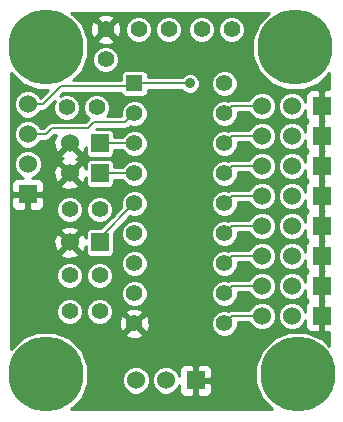
<source format=gbl>
G04 (created by PCBNEW-RS274X (2011-05-25)-stable) date Thu 05 Jul 2012 10:45:02 PM EDT*
G01*
G70*
G90*
%MOIN*%
G04 Gerber Fmt 3.4, Leading zero omitted, Abs format*
%FSLAX34Y34*%
G04 APERTURE LIST*
%ADD10C,0.006000*%
%ADD11C,0.055000*%
%ADD12R,0.055000X0.055000*%
%ADD13C,0.250000*%
%ADD14R,0.060000X0.060000*%
%ADD15C,0.060000*%
%ADD16C,0.035000*%
%ADD17C,0.008000*%
%ADD18C,0.010000*%
G04 APERTURE END LIST*
G54D10*
G54D11*
X52600Y-32900D03*
X53600Y-32900D03*
X52600Y-30700D03*
X53600Y-30700D03*
X52500Y-27300D03*
X53500Y-27300D03*
X52600Y-34100D03*
X53600Y-34100D03*
X58000Y-24700D03*
X57000Y-24700D03*
X55900Y-24700D03*
X54900Y-24700D03*
G54D12*
X54750Y-26500D03*
G54D11*
X54750Y-27500D03*
X54750Y-28500D03*
X54750Y-29500D03*
X54750Y-30500D03*
X54750Y-31500D03*
X54750Y-32500D03*
X54750Y-33500D03*
X54750Y-34500D03*
X57750Y-34500D03*
X57750Y-33500D03*
X57750Y-32500D03*
X57750Y-31500D03*
X57750Y-30500D03*
X57750Y-29500D03*
X57750Y-28500D03*
X57750Y-27500D03*
X57750Y-26500D03*
G54D13*
X51800Y-25300D03*
X60100Y-25300D03*
X60200Y-36200D03*
X51800Y-36200D03*
G54D11*
X53800Y-25700D03*
X53800Y-24700D03*
G54D14*
X53600Y-31800D03*
G54D15*
X52600Y-31800D03*
G54D14*
X53600Y-29500D03*
G54D15*
X52600Y-29500D03*
G54D14*
X53600Y-28500D03*
G54D15*
X52600Y-28500D03*
G54D14*
X51200Y-30200D03*
G54D15*
X51200Y-29200D03*
X51200Y-28200D03*
X51200Y-27200D03*
G54D14*
X61000Y-27250D03*
G54D15*
X60000Y-27250D03*
X59000Y-27250D03*
G54D14*
X61000Y-28250D03*
G54D15*
X60000Y-28250D03*
X59000Y-28250D03*
G54D14*
X61000Y-29250D03*
G54D15*
X60000Y-29250D03*
X59000Y-29250D03*
G54D14*
X61000Y-30250D03*
G54D15*
X60000Y-30250D03*
X59000Y-30250D03*
G54D14*
X61000Y-31250D03*
G54D15*
X60000Y-31250D03*
X59000Y-31250D03*
G54D14*
X61000Y-32250D03*
G54D15*
X60000Y-32250D03*
X59000Y-32250D03*
G54D14*
X61000Y-33250D03*
G54D15*
X60000Y-33250D03*
X59000Y-33250D03*
G54D14*
X61000Y-34250D03*
G54D15*
X60000Y-34250D03*
X59000Y-34250D03*
G54D14*
X56800Y-36400D03*
G54D15*
X55800Y-36400D03*
X54800Y-36400D03*
G54D16*
X56600Y-26500D03*
G54D17*
X53600Y-31800D02*
X53600Y-31650D01*
X53600Y-31650D02*
X54750Y-30500D01*
X54750Y-29500D02*
X53600Y-29500D01*
X54750Y-28500D02*
X53600Y-28500D01*
X59000Y-34250D02*
X58000Y-34250D01*
X58000Y-34250D02*
X57750Y-34500D01*
X59000Y-33250D02*
X58000Y-33250D01*
X58000Y-33250D02*
X57750Y-33500D01*
X59000Y-32250D02*
X58000Y-32250D01*
X58000Y-32250D02*
X57750Y-32500D01*
X59000Y-31250D02*
X58000Y-31250D01*
X58000Y-31250D02*
X57750Y-31500D01*
X59000Y-30250D02*
X58000Y-30250D01*
X58000Y-30250D02*
X57750Y-30500D01*
X59000Y-29250D02*
X58000Y-29250D01*
X58000Y-29250D02*
X57750Y-29500D01*
X59000Y-28250D02*
X58000Y-28250D01*
X58000Y-28250D02*
X57750Y-28500D01*
X59000Y-27250D02*
X58000Y-27250D01*
X58000Y-27250D02*
X57750Y-27500D01*
X54750Y-26500D02*
X56500Y-26500D01*
X56500Y-26500D02*
X56600Y-26500D01*
X51200Y-27200D02*
X51700Y-27200D01*
X54650Y-26600D02*
X54750Y-26500D01*
X52300Y-26600D02*
X54650Y-26600D01*
X51700Y-27200D02*
X52300Y-26600D01*
X51200Y-28200D02*
X51800Y-28200D01*
X54450Y-27800D02*
X54750Y-27500D01*
X53400Y-27800D02*
X54450Y-27800D01*
X53200Y-28000D02*
X53400Y-27800D01*
X52000Y-28000D02*
X53200Y-28000D01*
X51800Y-28200D02*
X52000Y-28000D01*
G54D10*
G36*
X61255Y-35248D02*
X61005Y-34998D01*
X60950Y-34975D01*
X60950Y-34738D01*
X60950Y-34350D01*
X60950Y-34300D01*
X60950Y-34200D01*
X60950Y-34150D01*
X60950Y-33762D01*
X60938Y-33750D01*
X60950Y-33738D01*
X60950Y-33350D01*
X60950Y-33300D01*
X60950Y-33200D01*
X60950Y-33150D01*
X60950Y-32762D01*
X60938Y-32750D01*
X60950Y-32738D01*
X60950Y-32350D01*
X60950Y-32300D01*
X60950Y-32200D01*
X60950Y-32150D01*
X60950Y-31762D01*
X60938Y-31750D01*
X60950Y-31738D01*
X60950Y-31350D01*
X60950Y-31300D01*
X60950Y-31200D01*
X60950Y-31150D01*
X60950Y-30762D01*
X60938Y-30750D01*
X60950Y-30738D01*
X60950Y-30350D01*
X60950Y-30300D01*
X60950Y-30200D01*
X60950Y-30150D01*
X60950Y-29762D01*
X60938Y-29750D01*
X60950Y-29738D01*
X60950Y-29350D01*
X60950Y-29300D01*
X60950Y-29200D01*
X60950Y-29150D01*
X60950Y-28762D01*
X60938Y-28750D01*
X60950Y-28738D01*
X60950Y-28350D01*
X60950Y-28300D01*
X60950Y-28200D01*
X60950Y-28150D01*
X60950Y-27762D01*
X60938Y-27750D01*
X60950Y-27738D01*
X60950Y-27350D01*
X60950Y-27300D01*
X60950Y-27200D01*
X60950Y-27150D01*
X60950Y-26762D01*
X60888Y-26700D01*
X60651Y-26701D01*
X60559Y-26739D01*
X60489Y-26809D01*
X60451Y-26900D01*
X60451Y-26999D01*
X60450Y-27108D01*
X60399Y-26984D01*
X60267Y-26852D01*
X60094Y-26780D01*
X59907Y-26780D01*
X59734Y-26851D01*
X59602Y-26983D01*
X59530Y-27156D01*
X59530Y-27343D01*
X59601Y-27516D01*
X59733Y-27648D01*
X59906Y-27720D01*
X60093Y-27720D01*
X60266Y-27649D01*
X60398Y-27517D01*
X60450Y-27391D01*
X60451Y-27501D01*
X60451Y-27600D01*
X60489Y-27691D01*
X60548Y-27750D01*
X60489Y-27809D01*
X60451Y-27900D01*
X60451Y-27999D01*
X60450Y-28108D01*
X60399Y-27984D01*
X60267Y-27852D01*
X60094Y-27780D01*
X59907Y-27780D01*
X59734Y-27851D01*
X59602Y-27983D01*
X59530Y-28156D01*
X59530Y-28343D01*
X59601Y-28516D01*
X59733Y-28648D01*
X59906Y-28720D01*
X60093Y-28720D01*
X60266Y-28649D01*
X60398Y-28517D01*
X60450Y-28391D01*
X60451Y-28501D01*
X60451Y-28600D01*
X60489Y-28691D01*
X60548Y-28750D01*
X60489Y-28809D01*
X60451Y-28900D01*
X60451Y-28999D01*
X60450Y-29108D01*
X60399Y-28984D01*
X60267Y-28852D01*
X60094Y-28780D01*
X59907Y-28780D01*
X59734Y-28851D01*
X59602Y-28983D01*
X59530Y-29156D01*
X59530Y-29343D01*
X59601Y-29516D01*
X59733Y-29648D01*
X59906Y-29720D01*
X60093Y-29720D01*
X60266Y-29649D01*
X60398Y-29517D01*
X60450Y-29391D01*
X60451Y-29501D01*
X60451Y-29600D01*
X60489Y-29691D01*
X60548Y-29750D01*
X60489Y-29809D01*
X60451Y-29900D01*
X60451Y-29999D01*
X60450Y-30108D01*
X60399Y-29984D01*
X60267Y-29852D01*
X60094Y-29780D01*
X59907Y-29780D01*
X59734Y-29851D01*
X59602Y-29983D01*
X59530Y-30156D01*
X59530Y-30343D01*
X59601Y-30516D01*
X59733Y-30648D01*
X59906Y-30720D01*
X60093Y-30720D01*
X60266Y-30649D01*
X60398Y-30517D01*
X60450Y-30391D01*
X60451Y-30501D01*
X60451Y-30600D01*
X60489Y-30691D01*
X60548Y-30750D01*
X60489Y-30809D01*
X60451Y-30900D01*
X60451Y-30999D01*
X60450Y-31108D01*
X60399Y-30984D01*
X60267Y-30852D01*
X60094Y-30780D01*
X59907Y-30780D01*
X59734Y-30851D01*
X59602Y-30983D01*
X59530Y-31156D01*
X59530Y-31343D01*
X59601Y-31516D01*
X59733Y-31648D01*
X59906Y-31720D01*
X60093Y-31720D01*
X60266Y-31649D01*
X60398Y-31517D01*
X60450Y-31391D01*
X60451Y-31501D01*
X60451Y-31600D01*
X60489Y-31691D01*
X60548Y-31750D01*
X60489Y-31809D01*
X60451Y-31900D01*
X60451Y-31999D01*
X60450Y-32108D01*
X60399Y-31984D01*
X60267Y-31852D01*
X60094Y-31780D01*
X59907Y-31780D01*
X59734Y-31851D01*
X59602Y-31983D01*
X59530Y-32156D01*
X59530Y-32343D01*
X59601Y-32516D01*
X59733Y-32648D01*
X59906Y-32720D01*
X60093Y-32720D01*
X60266Y-32649D01*
X60398Y-32517D01*
X60450Y-32391D01*
X60451Y-32501D01*
X60451Y-32600D01*
X60489Y-32691D01*
X60548Y-32750D01*
X60489Y-32809D01*
X60451Y-32900D01*
X60451Y-32999D01*
X60450Y-33108D01*
X60399Y-32984D01*
X60267Y-32852D01*
X60094Y-32780D01*
X59907Y-32780D01*
X59734Y-32851D01*
X59602Y-32983D01*
X59530Y-33156D01*
X59530Y-33343D01*
X59601Y-33516D01*
X59733Y-33648D01*
X59906Y-33720D01*
X60093Y-33720D01*
X60266Y-33649D01*
X60398Y-33517D01*
X60450Y-33391D01*
X60451Y-33501D01*
X60451Y-33600D01*
X60489Y-33691D01*
X60548Y-33750D01*
X60489Y-33809D01*
X60451Y-33900D01*
X60451Y-33999D01*
X60450Y-34108D01*
X60399Y-33984D01*
X60267Y-33852D01*
X60094Y-33780D01*
X59907Y-33780D01*
X59734Y-33851D01*
X59602Y-33983D01*
X59530Y-34156D01*
X59530Y-34343D01*
X59601Y-34516D01*
X59733Y-34648D01*
X59906Y-34720D01*
X60093Y-34720D01*
X60266Y-34649D01*
X60398Y-34517D01*
X60450Y-34391D01*
X60451Y-34501D01*
X60451Y-34600D01*
X60489Y-34691D01*
X60559Y-34761D01*
X60651Y-34799D01*
X60888Y-34800D01*
X60950Y-34738D01*
X60950Y-34975D01*
X60483Y-34781D01*
X59919Y-34781D01*
X59470Y-34966D01*
X59470Y-34344D01*
X59470Y-34157D01*
X59470Y-33344D01*
X59470Y-33157D01*
X59470Y-32344D01*
X59470Y-32157D01*
X59470Y-31344D01*
X59470Y-31157D01*
X59470Y-30344D01*
X59470Y-30157D01*
X59470Y-29344D01*
X59470Y-29157D01*
X59470Y-28344D01*
X59470Y-28157D01*
X59470Y-27344D01*
X59470Y-27157D01*
X59399Y-26984D01*
X59267Y-26852D01*
X59094Y-26780D01*
X58907Y-26780D01*
X58734Y-26851D01*
X58602Y-26983D01*
X58578Y-27040D01*
X58444Y-27040D01*
X58444Y-24789D01*
X58444Y-24612D01*
X58377Y-24449D01*
X58252Y-24324D01*
X58089Y-24256D01*
X57912Y-24256D01*
X57749Y-24323D01*
X57624Y-24448D01*
X57556Y-24611D01*
X57556Y-24788D01*
X57623Y-24951D01*
X57748Y-25076D01*
X57911Y-25144D01*
X58088Y-25144D01*
X58251Y-25077D01*
X58376Y-24952D01*
X58444Y-24789D01*
X58444Y-27040D01*
X58194Y-27040D01*
X58194Y-26589D01*
X58194Y-26412D01*
X58127Y-26249D01*
X58002Y-26124D01*
X57839Y-26056D01*
X57662Y-26056D01*
X57499Y-26123D01*
X57444Y-26178D01*
X57444Y-24789D01*
X57444Y-24612D01*
X57377Y-24449D01*
X57252Y-24324D01*
X57089Y-24256D01*
X56912Y-24256D01*
X56749Y-24323D01*
X56624Y-24448D01*
X56556Y-24611D01*
X56556Y-24788D01*
X56623Y-24951D01*
X56748Y-25076D01*
X56911Y-25144D01*
X57088Y-25144D01*
X57251Y-25077D01*
X57376Y-24952D01*
X57444Y-24789D01*
X57444Y-26178D01*
X57374Y-26248D01*
X57306Y-26411D01*
X57306Y-26588D01*
X57373Y-26751D01*
X57498Y-26876D01*
X57661Y-26944D01*
X57838Y-26944D01*
X58001Y-26877D01*
X58126Y-26752D01*
X58194Y-26589D01*
X58194Y-27040D01*
X58000Y-27040D01*
X57920Y-27056D01*
X57897Y-27071D01*
X57889Y-27076D01*
X57888Y-27076D01*
X57839Y-27056D01*
X57662Y-27056D01*
X57499Y-27123D01*
X57374Y-27248D01*
X57306Y-27411D01*
X57306Y-27588D01*
X57373Y-27751D01*
X57498Y-27876D01*
X57661Y-27944D01*
X57838Y-27944D01*
X58001Y-27877D01*
X58126Y-27752D01*
X58194Y-27589D01*
X58194Y-27460D01*
X58578Y-27460D01*
X58601Y-27516D01*
X58733Y-27648D01*
X58906Y-27720D01*
X59093Y-27720D01*
X59266Y-27649D01*
X59398Y-27517D01*
X59470Y-27344D01*
X59470Y-28157D01*
X59399Y-27984D01*
X59267Y-27852D01*
X59094Y-27780D01*
X58907Y-27780D01*
X58734Y-27851D01*
X58602Y-27983D01*
X58578Y-28040D01*
X58000Y-28040D01*
X57920Y-28056D01*
X57897Y-28071D01*
X57889Y-28076D01*
X57888Y-28076D01*
X57839Y-28056D01*
X57662Y-28056D01*
X57499Y-28123D01*
X57374Y-28248D01*
X57306Y-28411D01*
X57306Y-28588D01*
X57373Y-28751D01*
X57498Y-28876D01*
X57661Y-28944D01*
X57838Y-28944D01*
X58001Y-28877D01*
X58126Y-28752D01*
X58194Y-28589D01*
X58194Y-28460D01*
X58578Y-28460D01*
X58601Y-28516D01*
X58733Y-28648D01*
X58906Y-28720D01*
X59093Y-28720D01*
X59266Y-28649D01*
X59398Y-28517D01*
X59470Y-28344D01*
X59470Y-29157D01*
X59399Y-28984D01*
X59267Y-28852D01*
X59094Y-28780D01*
X58907Y-28780D01*
X58734Y-28851D01*
X58602Y-28983D01*
X58578Y-29040D01*
X58000Y-29040D01*
X57920Y-29056D01*
X57897Y-29071D01*
X57889Y-29076D01*
X57888Y-29076D01*
X57839Y-29056D01*
X57662Y-29056D01*
X57499Y-29123D01*
X57374Y-29248D01*
X57306Y-29411D01*
X57306Y-29588D01*
X57373Y-29751D01*
X57498Y-29876D01*
X57661Y-29944D01*
X57838Y-29944D01*
X58001Y-29877D01*
X58126Y-29752D01*
X58194Y-29589D01*
X58194Y-29460D01*
X58578Y-29460D01*
X58601Y-29516D01*
X58733Y-29648D01*
X58906Y-29720D01*
X59093Y-29720D01*
X59266Y-29649D01*
X59398Y-29517D01*
X59470Y-29344D01*
X59470Y-30157D01*
X59399Y-29984D01*
X59267Y-29852D01*
X59094Y-29780D01*
X58907Y-29780D01*
X58734Y-29851D01*
X58602Y-29983D01*
X58578Y-30040D01*
X58000Y-30040D01*
X57920Y-30056D01*
X57897Y-30071D01*
X57889Y-30076D01*
X57888Y-30076D01*
X57839Y-30056D01*
X57662Y-30056D01*
X57499Y-30123D01*
X57374Y-30248D01*
X57306Y-30411D01*
X57306Y-30588D01*
X57373Y-30751D01*
X57498Y-30876D01*
X57661Y-30944D01*
X57838Y-30944D01*
X58001Y-30877D01*
X58126Y-30752D01*
X58194Y-30589D01*
X58194Y-30460D01*
X58578Y-30460D01*
X58601Y-30516D01*
X58733Y-30648D01*
X58906Y-30720D01*
X59093Y-30720D01*
X59266Y-30649D01*
X59398Y-30517D01*
X59470Y-30344D01*
X59470Y-31157D01*
X59399Y-30984D01*
X59267Y-30852D01*
X59094Y-30780D01*
X58907Y-30780D01*
X58734Y-30851D01*
X58602Y-30983D01*
X58578Y-31040D01*
X58000Y-31040D01*
X57920Y-31056D01*
X57897Y-31071D01*
X57889Y-31076D01*
X57888Y-31076D01*
X57839Y-31056D01*
X57662Y-31056D01*
X57499Y-31123D01*
X57374Y-31248D01*
X57306Y-31411D01*
X57306Y-31588D01*
X57373Y-31751D01*
X57498Y-31876D01*
X57661Y-31944D01*
X57838Y-31944D01*
X58001Y-31877D01*
X58126Y-31752D01*
X58194Y-31589D01*
X58194Y-31460D01*
X58578Y-31460D01*
X58601Y-31516D01*
X58733Y-31648D01*
X58906Y-31720D01*
X59093Y-31720D01*
X59266Y-31649D01*
X59398Y-31517D01*
X59470Y-31344D01*
X59470Y-32157D01*
X59399Y-31984D01*
X59267Y-31852D01*
X59094Y-31780D01*
X58907Y-31780D01*
X58734Y-31851D01*
X58602Y-31983D01*
X58578Y-32040D01*
X58000Y-32040D01*
X57920Y-32056D01*
X57897Y-32071D01*
X57889Y-32076D01*
X57888Y-32076D01*
X57839Y-32056D01*
X57662Y-32056D01*
X57499Y-32123D01*
X57374Y-32248D01*
X57306Y-32411D01*
X57306Y-32588D01*
X57373Y-32751D01*
X57498Y-32876D01*
X57661Y-32944D01*
X57838Y-32944D01*
X58001Y-32877D01*
X58126Y-32752D01*
X58194Y-32589D01*
X58194Y-32460D01*
X58578Y-32460D01*
X58601Y-32516D01*
X58733Y-32648D01*
X58906Y-32720D01*
X59093Y-32720D01*
X59266Y-32649D01*
X59398Y-32517D01*
X59470Y-32344D01*
X59470Y-33157D01*
X59399Y-32984D01*
X59267Y-32852D01*
X59094Y-32780D01*
X58907Y-32780D01*
X58734Y-32851D01*
X58602Y-32983D01*
X58578Y-33040D01*
X58000Y-33040D01*
X57920Y-33056D01*
X57897Y-33071D01*
X57889Y-33076D01*
X57888Y-33076D01*
X57839Y-33056D01*
X57662Y-33056D01*
X57499Y-33123D01*
X57374Y-33248D01*
X57306Y-33411D01*
X57306Y-33588D01*
X57373Y-33751D01*
X57498Y-33876D01*
X57661Y-33944D01*
X57838Y-33944D01*
X58001Y-33877D01*
X58126Y-33752D01*
X58194Y-33589D01*
X58194Y-33460D01*
X58578Y-33460D01*
X58601Y-33516D01*
X58733Y-33648D01*
X58906Y-33720D01*
X59093Y-33720D01*
X59266Y-33649D01*
X59398Y-33517D01*
X59470Y-33344D01*
X59470Y-34157D01*
X59399Y-33984D01*
X59267Y-33852D01*
X59094Y-33780D01*
X58907Y-33780D01*
X58734Y-33851D01*
X58602Y-33983D01*
X58578Y-34040D01*
X58000Y-34040D01*
X57920Y-34056D01*
X57897Y-34071D01*
X57889Y-34076D01*
X57888Y-34076D01*
X57839Y-34056D01*
X57662Y-34056D01*
X57499Y-34123D01*
X57374Y-34248D01*
X57306Y-34411D01*
X57306Y-34588D01*
X57373Y-34751D01*
X57498Y-34876D01*
X57661Y-34944D01*
X57838Y-34944D01*
X58001Y-34877D01*
X58126Y-34752D01*
X58194Y-34589D01*
X58194Y-34460D01*
X58578Y-34460D01*
X58601Y-34516D01*
X58733Y-34648D01*
X58906Y-34720D01*
X59093Y-34720D01*
X59266Y-34649D01*
X59398Y-34517D01*
X59470Y-34344D01*
X59470Y-34966D01*
X59397Y-34997D01*
X58998Y-35395D01*
X58781Y-35917D01*
X58781Y-36481D01*
X58997Y-37003D01*
X59348Y-37355D01*
X57350Y-37355D01*
X57350Y-36512D01*
X57350Y-36288D01*
X57349Y-36149D01*
X57349Y-36050D01*
X57311Y-35959D01*
X57241Y-35889D01*
X57149Y-35851D01*
X56912Y-35850D01*
X56850Y-35912D01*
X56850Y-36350D01*
X57288Y-36350D01*
X57350Y-36288D01*
X57350Y-36512D01*
X57288Y-36450D01*
X56850Y-36450D01*
X56850Y-36888D01*
X56912Y-36950D01*
X57149Y-36949D01*
X57241Y-36911D01*
X57311Y-36841D01*
X57349Y-36750D01*
X57349Y-36651D01*
X57350Y-36512D01*
X57350Y-37355D01*
X56750Y-37355D01*
X56750Y-36888D01*
X56750Y-36500D01*
X56750Y-36450D01*
X56750Y-36350D01*
X56750Y-36300D01*
X56750Y-35912D01*
X56688Y-35850D01*
X56451Y-35851D01*
X56359Y-35889D01*
X56289Y-35959D01*
X56251Y-36050D01*
X56251Y-36149D01*
X56250Y-36258D01*
X56199Y-36134D01*
X56067Y-36002D01*
X55894Y-35930D01*
X55707Y-35930D01*
X55534Y-36001D01*
X55402Y-36133D01*
X55330Y-36306D01*
X55330Y-36493D01*
X55401Y-36666D01*
X55533Y-36798D01*
X55706Y-36870D01*
X55893Y-36870D01*
X56066Y-36799D01*
X56198Y-36667D01*
X56250Y-36541D01*
X56251Y-36651D01*
X56251Y-36750D01*
X56289Y-36841D01*
X56359Y-36911D01*
X56451Y-36949D01*
X56688Y-36950D01*
X56750Y-36888D01*
X56750Y-37355D01*
X55270Y-37355D01*
X55270Y-36494D01*
X55270Y-36307D01*
X55269Y-36304D01*
X55269Y-34574D01*
X55258Y-34370D01*
X55202Y-34233D01*
X55194Y-34230D01*
X55194Y-33589D01*
X55194Y-33412D01*
X55194Y-32589D01*
X55194Y-32412D01*
X55194Y-31589D01*
X55194Y-31412D01*
X55194Y-30589D01*
X55194Y-30412D01*
X55194Y-29589D01*
X55194Y-29412D01*
X55194Y-28589D01*
X55194Y-28412D01*
X55127Y-28249D01*
X55002Y-28124D01*
X54839Y-28056D01*
X54662Y-28056D01*
X54499Y-28123D01*
X54374Y-28248D01*
X54356Y-28290D01*
X54070Y-28290D01*
X54070Y-28166D01*
X54044Y-28104D01*
X53996Y-28056D01*
X53934Y-28030D01*
X53866Y-28030D01*
X53466Y-28030D01*
X53486Y-28010D01*
X54450Y-28010D01*
X54450Y-28009D01*
X54517Y-27996D01*
X54530Y-27994D01*
X54531Y-27994D01*
X54598Y-27948D01*
X54619Y-27926D01*
X54661Y-27944D01*
X54838Y-27944D01*
X55001Y-27877D01*
X55126Y-27752D01*
X55194Y-27589D01*
X55194Y-27412D01*
X55127Y-27249D01*
X55002Y-27124D01*
X54839Y-27056D01*
X54662Y-27056D01*
X54499Y-27123D01*
X54374Y-27248D01*
X54306Y-27411D01*
X54306Y-27588D01*
X54306Y-27590D01*
X53838Y-27590D01*
X53876Y-27552D01*
X53944Y-27389D01*
X53944Y-27212D01*
X53877Y-27049D01*
X53752Y-26924D01*
X53589Y-26856D01*
X53412Y-26856D01*
X53249Y-26923D01*
X53124Y-27048D01*
X53056Y-27211D01*
X53056Y-27388D01*
X53123Y-27551D01*
X53237Y-27665D01*
X53113Y-27790D01*
X52000Y-27790D01*
X51920Y-27806D01*
X51897Y-27821D01*
X51851Y-27852D01*
X51713Y-27990D01*
X51621Y-27990D01*
X51599Y-27934D01*
X51467Y-27802D01*
X51294Y-27730D01*
X51107Y-27730D01*
X50934Y-27801D01*
X50802Y-27933D01*
X50730Y-28106D01*
X50730Y-28293D01*
X50801Y-28466D01*
X50933Y-28598D01*
X51106Y-28670D01*
X51293Y-28670D01*
X51466Y-28599D01*
X51598Y-28467D01*
X51621Y-28410D01*
X51800Y-28410D01*
X51800Y-28409D01*
X51867Y-28396D01*
X51880Y-28394D01*
X51881Y-28394D01*
X51948Y-28348D01*
X52086Y-28210D01*
X52159Y-28210D01*
X52128Y-28219D01*
X52057Y-28421D01*
X52068Y-28634D01*
X52128Y-28781D01*
X52222Y-28808D01*
X52494Y-28535D01*
X52529Y-28500D01*
X52600Y-28429D01*
X52671Y-28500D01*
X52706Y-28535D01*
X52978Y-28808D01*
X53072Y-28781D01*
X53130Y-28615D01*
X53130Y-28834D01*
X53156Y-28896D01*
X53204Y-28944D01*
X53266Y-28970D01*
X53334Y-28970D01*
X53934Y-28970D01*
X53996Y-28944D01*
X54044Y-28896D01*
X54070Y-28834D01*
X54070Y-28766D01*
X54070Y-28710D01*
X54356Y-28710D01*
X54373Y-28751D01*
X54498Y-28876D01*
X54661Y-28944D01*
X54838Y-28944D01*
X55001Y-28877D01*
X55126Y-28752D01*
X55194Y-28589D01*
X55194Y-29412D01*
X55127Y-29249D01*
X55002Y-29124D01*
X54839Y-29056D01*
X54662Y-29056D01*
X54499Y-29123D01*
X54374Y-29248D01*
X54356Y-29290D01*
X54070Y-29290D01*
X54070Y-29166D01*
X54044Y-29104D01*
X53996Y-29056D01*
X53934Y-29030D01*
X53866Y-29030D01*
X53266Y-29030D01*
X53204Y-29056D01*
X53156Y-29104D01*
X53130Y-29166D01*
X53130Y-29234D01*
X53130Y-29361D01*
X53072Y-29219D01*
X52978Y-29192D01*
X52908Y-29262D01*
X52908Y-29122D01*
X52881Y-29028D01*
X52807Y-29002D01*
X52881Y-28972D01*
X52908Y-28878D01*
X52600Y-28571D01*
X52292Y-28878D01*
X52319Y-28972D01*
X52392Y-28997D01*
X52319Y-29028D01*
X52292Y-29122D01*
X52600Y-29429D01*
X52908Y-29122D01*
X52908Y-29262D01*
X52671Y-29500D01*
X52978Y-29808D01*
X53072Y-29781D01*
X53130Y-29615D01*
X53130Y-29834D01*
X53156Y-29896D01*
X53204Y-29944D01*
X53266Y-29970D01*
X53334Y-29970D01*
X53934Y-29970D01*
X53996Y-29944D01*
X54044Y-29896D01*
X54070Y-29834D01*
X54070Y-29766D01*
X54070Y-29710D01*
X54356Y-29710D01*
X54373Y-29751D01*
X54498Y-29876D01*
X54661Y-29944D01*
X54838Y-29944D01*
X55001Y-29877D01*
X55126Y-29752D01*
X55194Y-29589D01*
X55194Y-30412D01*
X55127Y-30249D01*
X55002Y-30124D01*
X54839Y-30056D01*
X54662Y-30056D01*
X54499Y-30123D01*
X54374Y-30248D01*
X54306Y-30411D01*
X54306Y-30588D01*
X54323Y-30629D01*
X54044Y-30908D01*
X54044Y-30789D01*
X54044Y-30612D01*
X53977Y-30449D01*
X53852Y-30324D01*
X53689Y-30256D01*
X53512Y-30256D01*
X53349Y-30323D01*
X53224Y-30448D01*
X53156Y-30611D01*
X53156Y-30788D01*
X53223Y-30951D01*
X53348Y-31076D01*
X53511Y-31144D01*
X53688Y-31144D01*
X53851Y-31077D01*
X53976Y-30952D01*
X54044Y-30789D01*
X54044Y-30908D01*
X53623Y-31330D01*
X53266Y-31330D01*
X53204Y-31356D01*
X53156Y-31404D01*
X53130Y-31466D01*
X53130Y-31534D01*
X53130Y-31661D01*
X53072Y-31519D01*
X53044Y-31510D01*
X53044Y-30789D01*
X53044Y-30612D01*
X52977Y-30449D01*
X52908Y-30380D01*
X52908Y-29878D01*
X52600Y-29571D01*
X52529Y-29641D01*
X52529Y-29500D01*
X52222Y-29192D01*
X52128Y-29219D01*
X52057Y-29421D01*
X52068Y-29634D01*
X52128Y-29781D01*
X52222Y-29808D01*
X52529Y-29500D01*
X52529Y-29641D01*
X52292Y-29878D01*
X52319Y-29972D01*
X52521Y-30043D01*
X52734Y-30032D01*
X52881Y-29972D01*
X52908Y-29878D01*
X52908Y-30380D01*
X52852Y-30324D01*
X52689Y-30256D01*
X52512Y-30256D01*
X52349Y-30323D01*
X52224Y-30448D01*
X52156Y-30611D01*
X52156Y-30788D01*
X52223Y-30951D01*
X52348Y-31076D01*
X52511Y-31144D01*
X52688Y-31144D01*
X52851Y-31077D01*
X52976Y-30952D01*
X53044Y-30789D01*
X53044Y-31510D01*
X52978Y-31492D01*
X52908Y-31562D01*
X52908Y-31422D01*
X52881Y-31328D01*
X52679Y-31257D01*
X52466Y-31268D01*
X52319Y-31328D01*
X52292Y-31422D01*
X52600Y-31729D01*
X52908Y-31422D01*
X52908Y-31562D01*
X52671Y-31800D01*
X52978Y-32108D01*
X53072Y-32081D01*
X53130Y-31915D01*
X53130Y-32134D01*
X53156Y-32196D01*
X53204Y-32244D01*
X53266Y-32270D01*
X53334Y-32270D01*
X53934Y-32270D01*
X53996Y-32244D01*
X54044Y-32196D01*
X54070Y-32134D01*
X54070Y-32066D01*
X54070Y-31476D01*
X54619Y-30926D01*
X54661Y-30944D01*
X54838Y-30944D01*
X55001Y-30877D01*
X55126Y-30752D01*
X55194Y-30589D01*
X55194Y-31412D01*
X55127Y-31249D01*
X55002Y-31124D01*
X54839Y-31056D01*
X54662Y-31056D01*
X54499Y-31123D01*
X54374Y-31248D01*
X54306Y-31411D01*
X54306Y-31588D01*
X54373Y-31751D01*
X54498Y-31876D01*
X54661Y-31944D01*
X54838Y-31944D01*
X55001Y-31877D01*
X55126Y-31752D01*
X55194Y-31589D01*
X55194Y-32412D01*
X55127Y-32249D01*
X55002Y-32124D01*
X54839Y-32056D01*
X54662Y-32056D01*
X54499Y-32123D01*
X54374Y-32248D01*
X54306Y-32411D01*
X54306Y-32588D01*
X54373Y-32751D01*
X54498Y-32876D01*
X54661Y-32944D01*
X54838Y-32944D01*
X55001Y-32877D01*
X55126Y-32752D01*
X55194Y-32589D01*
X55194Y-33412D01*
X55127Y-33249D01*
X55002Y-33124D01*
X54839Y-33056D01*
X54662Y-33056D01*
X54499Y-33123D01*
X54374Y-33248D01*
X54306Y-33411D01*
X54306Y-33588D01*
X54373Y-33751D01*
X54498Y-33876D01*
X54661Y-33944D01*
X54838Y-33944D01*
X55001Y-33877D01*
X55126Y-33752D01*
X55194Y-33589D01*
X55194Y-34230D01*
X55111Y-34210D01*
X55040Y-34281D01*
X55040Y-34139D01*
X55017Y-34048D01*
X54824Y-33981D01*
X54620Y-33992D01*
X54483Y-34048D01*
X54460Y-34139D01*
X54750Y-34429D01*
X55040Y-34139D01*
X55040Y-34281D01*
X54821Y-34500D01*
X55111Y-34790D01*
X55202Y-34767D01*
X55269Y-34574D01*
X55269Y-36304D01*
X55199Y-36134D01*
X55067Y-36002D01*
X55040Y-35990D01*
X55040Y-34861D01*
X54750Y-34571D01*
X54679Y-34642D01*
X54679Y-34500D01*
X54389Y-34210D01*
X54298Y-34233D01*
X54231Y-34426D01*
X54242Y-34630D01*
X54298Y-34767D01*
X54389Y-34790D01*
X54679Y-34500D01*
X54679Y-34642D01*
X54460Y-34861D01*
X54483Y-34952D01*
X54676Y-35019D01*
X54880Y-35008D01*
X55017Y-34952D01*
X55040Y-34861D01*
X55040Y-35990D01*
X54894Y-35930D01*
X54707Y-35930D01*
X54534Y-36001D01*
X54402Y-36133D01*
X54330Y-36306D01*
X54330Y-36493D01*
X54401Y-36666D01*
X54533Y-36798D01*
X54706Y-36870D01*
X54893Y-36870D01*
X55066Y-36799D01*
X55198Y-36667D01*
X55270Y-36494D01*
X55270Y-37355D01*
X54044Y-37355D01*
X54044Y-34189D01*
X54044Y-34012D01*
X54044Y-32989D01*
X54044Y-32812D01*
X53977Y-32649D01*
X53852Y-32524D01*
X53689Y-32456D01*
X53512Y-32456D01*
X53349Y-32523D01*
X53224Y-32648D01*
X53156Y-32811D01*
X53156Y-32988D01*
X53223Y-33151D01*
X53348Y-33276D01*
X53511Y-33344D01*
X53688Y-33344D01*
X53851Y-33277D01*
X53976Y-33152D01*
X54044Y-32989D01*
X54044Y-34012D01*
X53977Y-33849D01*
X53852Y-33724D01*
X53689Y-33656D01*
X53512Y-33656D01*
X53349Y-33723D01*
X53224Y-33848D01*
X53156Y-34011D01*
X53156Y-34188D01*
X53223Y-34351D01*
X53348Y-34476D01*
X53511Y-34544D01*
X53688Y-34544D01*
X53851Y-34477D01*
X53976Y-34352D01*
X54044Y-34189D01*
X54044Y-37355D01*
X52651Y-37355D01*
X53002Y-37005D01*
X53219Y-36483D01*
X53219Y-35919D01*
X53044Y-35496D01*
X53044Y-34189D01*
X53044Y-34012D01*
X53044Y-32989D01*
X53044Y-32812D01*
X52977Y-32649D01*
X52908Y-32580D01*
X52908Y-32178D01*
X52600Y-31871D01*
X52529Y-31941D01*
X52529Y-31800D01*
X52222Y-31492D01*
X52128Y-31519D01*
X52057Y-31721D01*
X52068Y-31934D01*
X52128Y-32081D01*
X52222Y-32108D01*
X52529Y-31800D01*
X52529Y-31941D01*
X52292Y-32178D01*
X52319Y-32272D01*
X52521Y-32343D01*
X52734Y-32332D01*
X52881Y-32272D01*
X52908Y-32178D01*
X52908Y-32580D01*
X52852Y-32524D01*
X52689Y-32456D01*
X52512Y-32456D01*
X52349Y-32523D01*
X52224Y-32648D01*
X52156Y-32811D01*
X52156Y-32988D01*
X52223Y-33151D01*
X52348Y-33276D01*
X52511Y-33344D01*
X52688Y-33344D01*
X52851Y-33277D01*
X52976Y-33152D01*
X53044Y-32989D01*
X53044Y-34012D01*
X52977Y-33849D01*
X52852Y-33724D01*
X52689Y-33656D01*
X52512Y-33656D01*
X52349Y-33723D01*
X52224Y-33848D01*
X52156Y-34011D01*
X52156Y-34188D01*
X52223Y-34351D01*
X52348Y-34476D01*
X52511Y-34544D01*
X52688Y-34544D01*
X52851Y-34477D01*
X52976Y-34352D01*
X53044Y-34189D01*
X53044Y-35496D01*
X53003Y-35397D01*
X52605Y-34998D01*
X52083Y-34781D01*
X51750Y-34781D01*
X51750Y-30312D01*
X51750Y-30088D01*
X51749Y-29851D01*
X51711Y-29759D01*
X51641Y-29689D01*
X51550Y-29651D01*
X51451Y-29651D01*
X51341Y-29650D01*
X51466Y-29599D01*
X51598Y-29467D01*
X51670Y-29294D01*
X51670Y-29107D01*
X51599Y-28934D01*
X51467Y-28802D01*
X51294Y-28730D01*
X51107Y-28730D01*
X50934Y-28801D01*
X50802Y-28933D01*
X50730Y-29106D01*
X50730Y-29293D01*
X50801Y-29466D01*
X50933Y-29598D01*
X51058Y-29650D01*
X50949Y-29651D01*
X50850Y-29651D01*
X50759Y-29689D01*
X50689Y-29759D01*
X50651Y-29851D01*
X50650Y-30088D01*
X50712Y-30150D01*
X51100Y-30150D01*
X51150Y-30150D01*
X51250Y-30150D01*
X51300Y-30150D01*
X51688Y-30150D01*
X51750Y-30088D01*
X51750Y-30312D01*
X51688Y-30250D01*
X51250Y-30250D01*
X51250Y-30688D01*
X51312Y-30750D01*
X51451Y-30749D01*
X51550Y-30749D01*
X51641Y-30711D01*
X51711Y-30641D01*
X51749Y-30549D01*
X51750Y-30312D01*
X51750Y-34781D01*
X51519Y-34781D01*
X51150Y-34933D01*
X51150Y-30688D01*
X51150Y-30250D01*
X50712Y-30250D01*
X50650Y-30312D01*
X50651Y-30549D01*
X50689Y-30641D01*
X50759Y-30711D01*
X50850Y-30749D01*
X50949Y-30749D01*
X51088Y-30750D01*
X51150Y-30688D01*
X51150Y-34933D01*
X50997Y-34997D01*
X50645Y-35348D01*
X50645Y-26151D01*
X50995Y-26502D01*
X51517Y-26719D01*
X51884Y-26719D01*
X51619Y-26984D01*
X51599Y-26934D01*
X51467Y-26802D01*
X51294Y-26730D01*
X51107Y-26730D01*
X50934Y-26801D01*
X50802Y-26933D01*
X50730Y-27106D01*
X50730Y-27293D01*
X50801Y-27466D01*
X50933Y-27598D01*
X51106Y-27670D01*
X51293Y-27670D01*
X51466Y-27599D01*
X51598Y-27467D01*
X51621Y-27410D01*
X51700Y-27410D01*
X51700Y-27409D01*
X51767Y-27396D01*
X51780Y-27394D01*
X51781Y-27394D01*
X51848Y-27348D01*
X52106Y-27089D01*
X52056Y-27211D01*
X52056Y-27388D01*
X52123Y-27551D01*
X52248Y-27676D01*
X52411Y-27744D01*
X52588Y-27744D01*
X52751Y-27677D01*
X52876Y-27552D01*
X52944Y-27389D01*
X52944Y-27212D01*
X52877Y-27049D01*
X52752Y-26924D01*
X52589Y-26856D01*
X52412Y-26856D01*
X52291Y-26905D01*
X52386Y-26810D01*
X54305Y-26810D01*
X54331Y-26871D01*
X54379Y-26919D01*
X54441Y-26945D01*
X54509Y-26945D01*
X55059Y-26945D01*
X55121Y-26919D01*
X55169Y-26871D01*
X55195Y-26809D01*
X55195Y-26741D01*
X55195Y-26710D01*
X56324Y-26710D01*
X56405Y-26791D01*
X56531Y-26844D01*
X56668Y-26844D01*
X56794Y-26792D01*
X56891Y-26695D01*
X56944Y-26569D01*
X56944Y-26432D01*
X56892Y-26306D01*
X56795Y-26209D01*
X56669Y-26156D01*
X56532Y-26156D01*
X56406Y-26208D01*
X56344Y-26270D01*
X56344Y-24789D01*
X56344Y-24612D01*
X56277Y-24449D01*
X56152Y-24324D01*
X55989Y-24256D01*
X55812Y-24256D01*
X55649Y-24323D01*
X55524Y-24448D01*
X55456Y-24611D01*
X55456Y-24788D01*
X55523Y-24951D01*
X55648Y-25076D01*
X55811Y-25144D01*
X55988Y-25144D01*
X56151Y-25077D01*
X56276Y-24952D01*
X56344Y-24789D01*
X56344Y-26270D01*
X56324Y-26290D01*
X55344Y-26290D01*
X55344Y-24789D01*
X55344Y-24612D01*
X55277Y-24449D01*
X55152Y-24324D01*
X54989Y-24256D01*
X54812Y-24256D01*
X54649Y-24323D01*
X54524Y-24448D01*
X54456Y-24611D01*
X54456Y-24788D01*
X54523Y-24951D01*
X54648Y-25076D01*
X54811Y-25144D01*
X54988Y-25144D01*
X55151Y-25077D01*
X55276Y-24952D01*
X55344Y-24789D01*
X55344Y-26290D01*
X55195Y-26290D01*
X55195Y-26191D01*
X55169Y-26129D01*
X55121Y-26081D01*
X55059Y-26055D01*
X54991Y-26055D01*
X54441Y-26055D01*
X54379Y-26081D01*
X54331Y-26129D01*
X54319Y-26157D01*
X54319Y-24774D01*
X54308Y-24570D01*
X54252Y-24433D01*
X54161Y-24410D01*
X54090Y-24481D01*
X54090Y-24339D01*
X54067Y-24248D01*
X53874Y-24181D01*
X53670Y-24192D01*
X53533Y-24248D01*
X53510Y-24339D01*
X53800Y-24629D01*
X54090Y-24339D01*
X54090Y-24481D01*
X53871Y-24700D01*
X54161Y-24990D01*
X54252Y-24967D01*
X54319Y-24774D01*
X54319Y-26157D01*
X54305Y-26191D01*
X54305Y-26259D01*
X54305Y-26390D01*
X54244Y-26390D01*
X54244Y-25789D01*
X54244Y-25612D01*
X54177Y-25449D01*
X54090Y-25362D01*
X54090Y-25061D01*
X53800Y-24771D01*
X53729Y-24842D01*
X53729Y-24700D01*
X53439Y-24410D01*
X53348Y-24433D01*
X53281Y-24626D01*
X53292Y-24830D01*
X53348Y-24967D01*
X53439Y-24990D01*
X53729Y-24700D01*
X53729Y-24842D01*
X53510Y-25061D01*
X53533Y-25152D01*
X53726Y-25219D01*
X53930Y-25208D01*
X54067Y-25152D01*
X54090Y-25061D01*
X54090Y-25362D01*
X54052Y-25324D01*
X53889Y-25256D01*
X53712Y-25256D01*
X53549Y-25323D01*
X53424Y-25448D01*
X53356Y-25611D01*
X53356Y-25788D01*
X53423Y-25951D01*
X53548Y-26076D01*
X53711Y-26144D01*
X53888Y-26144D01*
X54051Y-26077D01*
X54176Y-25952D01*
X54244Y-25789D01*
X54244Y-26390D01*
X52716Y-26390D01*
X53002Y-26105D01*
X53219Y-25583D01*
X53219Y-25019D01*
X53003Y-24497D01*
X52651Y-24145D01*
X59248Y-24145D01*
X58898Y-24495D01*
X58681Y-25017D01*
X58681Y-25581D01*
X58897Y-26103D01*
X59295Y-26502D01*
X59817Y-26719D01*
X60381Y-26719D01*
X60903Y-26503D01*
X61255Y-26151D01*
X61255Y-26700D01*
X61112Y-26700D01*
X61050Y-26762D01*
X61050Y-27150D01*
X61050Y-27200D01*
X61050Y-27300D01*
X61050Y-27350D01*
X61050Y-27738D01*
X61062Y-27750D01*
X61050Y-27762D01*
X61050Y-28150D01*
X61050Y-28200D01*
X61050Y-28300D01*
X61050Y-28350D01*
X61050Y-28738D01*
X61062Y-28750D01*
X61050Y-28762D01*
X61050Y-29150D01*
X61050Y-29200D01*
X61050Y-29300D01*
X61050Y-29350D01*
X61050Y-29738D01*
X61062Y-29750D01*
X61050Y-29762D01*
X61050Y-30150D01*
X61050Y-30200D01*
X61050Y-30300D01*
X61050Y-30350D01*
X61050Y-30738D01*
X61062Y-30750D01*
X61050Y-30762D01*
X61050Y-31150D01*
X61050Y-31200D01*
X61050Y-31300D01*
X61050Y-31350D01*
X61050Y-31738D01*
X61062Y-31750D01*
X61050Y-31762D01*
X61050Y-32150D01*
X61050Y-32200D01*
X61050Y-32300D01*
X61050Y-32350D01*
X61050Y-32738D01*
X61062Y-32750D01*
X61050Y-32762D01*
X61050Y-33150D01*
X61050Y-33200D01*
X61050Y-33300D01*
X61050Y-33350D01*
X61050Y-33738D01*
X61062Y-33750D01*
X61050Y-33762D01*
X61050Y-34150D01*
X61050Y-34200D01*
X61050Y-34300D01*
X61050Y-34350D01*
X61050Y-34738D01*
X61112Y-34800D01*
X61255Y-34799D01*
X61255Y-35248D01*
X61255Y-35248D01*
G37*
G54D18*
X61255Y-35248D02*
X61005Y-34998D01*
X60950Y-34975D01*
X60950Y-34738D01*
X60950Y-34350D01*
X60950Y-34300D01*
X60950Y-34200D01*
X60950Y-34150D01*
X60950Y-33762D01*
X60938Y-33750D01*
X60950Y-33738D01*
X60950Y-33350D01*
X60950Y-33300D01*
X60950Y-33200D01*
X60950Y-33150D01*
X60950Y-32762D01*
X60938Y-32750D01*
X60950Y-32738D01*
X60950Y-32350D01*
X60950Y-32300D01*
X60950Y-32200D01*
X60950Y-32150D01*
X60950Y-31762D01*
X60938Y-31750D01*
X60950Y-31738D01*
X60950Y-31350D01*
X60950Y-31300D01*
X60950Y-31200D01*
X60950Y-31150D01*
X60950Y-30762D01*
X60938Y-30750D01*
X60950Y-30738D01*
X60950Y-30350D01*
X60950Y-30300D01*
X60950Y-30200D01*
X60950Y-30150D01*
X60950Y-29762D01*
X60938Y-29750D01*
X60950Y-29738D01*
X60950Y-29350D01*
X60950Y-29300D01*
X60950Y-29200D01*
X60950Y-29150D01*
X60950Y-28762D01*
X60938Y-28750D01*
X60950Y-28738D01*
X60950Y-28350D01*
X60950Y-28300D01*
X60950Y-28200D01*
X60950Y-28150D01*
X60950Y-27762D01*
X60938Y-27750D01*
X60950Y-27738D01*
X60950Y-27350D01*
X60950Y-27300D01*
X60950Y-27200D01*
X60950Y-27150D01*
X60950Y-26762D01*
X60888Y-26700D01*
X60651Y-26701D01*
X60559Y-26739D01*
X60489Y-26809D01*
X60451Y-26900D01*
X60451Y-26999D01*
X60450Y-27108D01*
X60399Y-26984D01*
X60267Y-26852D01*
X60094Y-26780D01*
X59907Y-26780D01*
X59734Y-26851D01*
X59602Y-26983D01*
X59530Y-27156D01*
X59530Y-27343D01*
X59601Y-27516D01*
X59733Y-27648D01*
X59906Y-27720D01*
X60093Y-27720D01*
X60266Y-27649D01*
X60398Y-27517D01*
X60450Y-27391D01*
X60451Y-27501D01*
X60451Y-27600D01*
X60489Y-27691D01*
X60548Y-27750D01*
X60489Y-27809D01*
X60451Y-27900D01*
X60451Y-27999D01*
X60450Y-28108D01*
X60399Y-27984D01*
X60267Y-27852D01*
X60094Y-27780D01*
X59907Y-27780D01*
X59734Y-27851D01*
X59602Y-27983D01*
X59530Y-28156D01*
X59530Y-28343D01*
X59601Y-28516D01*
X59733Y-28648D01*
X59906Y-28720D01*
X60093Y-28720D01*
X60266Y-28649D01*
X60398Y-28517D01*
X60450Y-28391D01*
X60451Y-28501D01*
X60451Y-28600D01*
X60489Y-28691D01*
X60548Y-28750D01*
X60489Y-28809D01*
X60451Y-28900D01*
X60451Y-28999D01*
X60450Y-29108D01*
X60399Y-28984D01*
X60267Y-28852D01*
X60094Y-28780D01*
X59907Y-28780D01*
X59734Y-28851D01*
X59602Y-28983D01*
X59530Y-29156D01*
X59530Y-29343D01*
X59601Y-29516D01*
X59733Y-29648D01*
X59906Y-29720D01*
X60093Y-29720D01*
X60266Y-29649D01*
X60398Y-29517D01*
X60450Y-29391D01*
X60451Y-29501D01*
X60451Y-29600D01*
X60489Y-29691D01*
X60548Y-29750D01*
X60489Y-29809D01*
X60451Y-29900D01*
X60451Y-29999D01*
X60450Y-30108D01*
X60399Y-29984D01*
X60267Y-29852D01*
X60094Y-29780D01*
X59907Y-29780D01*
X59734Y-29851D01*
X59602Y-29983D01*
X59530Y-30156D01*
X59530Y-30343D01*
X59601Y-30516D01*
X59733Y-30648D01*
X59906Y-30720D01*
X60093Y-30720D01*
X60266Y-30649D01*
X60398Y-30517D01*
X60450Y-30391D01*
X60451Y-30501D01*
X60451Y-30600D01*
X60489Y-30691D01*
X60548Y-30750D01*
X60489Y-30809D01*
X60451Y-30900D01*
X60451Y-30999D01*
X60450Y-31108D01*
X60399Y-30984D01*
X60267Y-30852D01*
X60094Y-30780D01*
X59907Y-30780D01*
X59734Y-30851D01*
X59602Y-30983D01*
X59530Y-31156D01*
X59530Y-31343D01*
X59601Y-31516D01*
X59733Y-31648D01*
X59906Y-31720D01*
X60093Y-31720D01*
X60266Y-31649D01*
X60398Y-31517D01*
X60450Y-31391D01*
X60451Y-31501D01*
X60451Y-31600D01*
X60489Y-31691D01*
X60548Y-31750D01*
X60489Y-31809D01*
X60451Y-31900D01*
X60451Y-31999D01*
X60450Y-32108D01*
X60399Y-31984D01*
X60267Y-31852D01*
X60094Y-31780D01*
X59907Y-31780D01*
X59734Y-31851D01*
X59602Y-31983D01*
X59530Y-32156D01*
X59530Y-32343D01*
X59601Y-32516D01*
X59733Y-32648D01*
X59906Y-32720D01*
X60093Y-32720D01*
X60266Y-32649D01*
X60398Y-32517D01*
X60450Y-32391D01*
X60451Y-32501D01*
X60451Y-32600D01*
X60489Y-32691D01*
X60548Y-32750D01*
X60489Y-32809D01*
X60451Y-32900D01*
X60451Y-32999D01*
X60450Y-33108D01*
X60399Y-32984D01*
X60267Y-32852D01*
X60094Y-32780D01*
X59907Y-32780D01*
X59734Y-32851D01*
X59602Y-32983D01*
X59530Y-33156D01*
X59530Y-33343D01*
X59601Y-33516D01*
X59733Y-33648D01*
X59906Y-33720D01*
X60093Y-33720D01*
X60266Y-33649D01*
X60398Y-33517D01*
X60450Y-33391D01*
X60451Y-33501D01*
X60451Y-33600D01*
X60489Y-33691D01*
X60548Y-33750D01*
X60489Y-33809D01*
X60451Y-33900D01*
X60451Y-33999D01*
X60450Y-34108D01*
X60399Y-33984D01*
X60267Y-33852D01*
X60094Y-33780D01*
X59907Y-33780D01*
X59734Y-33851D01*
X59602Y-33983D01*
X59530Y-34156D01*
X59530Y-34343D01*
X59601Y-34516D01*
X59733Y-34648D01*
X59906Y-34720D01*
X60093Y-34720D01*
X60266Y-34649D01*
X60398Y-34517D01*
X60450Y-34391D01*
X60451Y-34501D01*
X60451Y-34600D01*
X60489Y-34691D01*
X60559Y-34761D01*
X60651Y-34799D01*
X60888Y-34800D01*
X60950Y-34738D01*
X60950Y-34975D01*
X60483Y-34781D01*
X59919Y-34781D01*
X59470Y-34966D01*
X59470Y-34344D01*
X59470Y-34157D01*
X59470Y-33344D01*
X59470Y-33157D01*
X59470Y-32344D01*
X59470Y-32157D01*
X59470Y-31344D01*
X59470Y-31157D01*
X59470Y-30344D01*
X59470Y-30157D01*
X59470Y-29344D01*
X59470Y-29157D01*
X59470Y-28344D01*
X59470Y-28157D01*
X59470Y-27344D01*
X59470Y-27157D01*
X59399Y-26984D01*
X59267Y-26852D01*
X59094Y-26780D01*
X58907Y-26780D01*
X58734Y-26851D01*
X58602Y-26983D01*
X58578Y-27040D01*
X58444Y-27040D01*
X58444Y-24789D01*
X58444Y-24612D01*
X58377Y-24449D01*
X58252Y-24324D01*
X58089Y-24256D01*
X57912Y-24256D01*
X57749Y-24323D01*
X57624Y-24448D01*
X57556Y-24611D01*
X57556Y-24788D01*
X57623Y-24951D01*
X57748Y-25076D01*
X57911Y-25144D01*
X58088Y-25144D01*
X58251Y-25077D01*
X58376Y-24952D01*
X58444Y-24789D01*
X58444Y-27040D01*
X58194Y-27040D01*
X58194Y-26589D01*
X58194Y-26412D01*
X58127Y-26249D01*
X58002Y-26124D01*
X57839Y-26056D01*
X57662Y-26056D01*
X57499Y-26123D01*
X57444Y-26178D01*
X57444Y-24789D01*
X57444Y-24612D01*
X57377Y-24449D01*
X57252Y-24324D01*
X57089Y-24256D01*
X56912Y-24256D01*
X56749Y-24323D01*
X56624Y-24448D01*
X56556Y-24611D01*
X56556Y-24788D01*
X56623Y-24951D01*
X56748Y-25076D01*
X56911Y-25144D01*
X57088Y-25144D01*
X57251Y-25077D01*
X57376Y-24952D01*
X57444Y-24789D01*
X57444Y-26178D01*
X57374Y-26248D01*
X57306Y-26411D01*
X57306Y-26588D01*
X57373Y-26751D01*
X57498Y-26876D01*
X57661Y-26944D01*
X57838Y-26944D01*
X58001Y-26877D01*
X58126Y-26752D01*
X58194Y-26589D01*
X58194Y-27040D01*
X58000Y-27040D01*
X57920Y-27056D01*
X57897Y-27071D01*
X57889Y-27076D01*
X57888Y-27076D01*
X57839Y-27056D01*
X57662Y-27056D01*
X57499Y-27123D01*
X57374Y-27248D01*
X57306Y-27411D01*
X57306Y-27588D01*
X57373Y-27751D01*
X57498Y-27876D01*
X57661Y-27944D01*
X57838Y-27944D01*
X58001Y-27877D01*
X58126Y-27752D01*
X58194Y-27589D01*
X58194Y-27460D01*
X58578Y-27460D01*
X58601Y-27516D01*
X58733Y-27648D01*
X58906Y-27720D01*
X59093Y-27720D01*
X59266Y-27649D01*
X59398Y-27517D01*
X59470Y-27344D01*
X59470Y-28157D01*
X59399Y-27984D01*
X59267Y-27852D01*
X59094Y-27780D01*
X58907Y-27780D01*
X58734Y-27851D01*
X58602Y-27983D01*
X58578Y-28040D01*
X58000Y-28040D01*
X57920Y-28056D01*
X57897Y-28071D01*
X57889Y-28076D01*
X57888Y-28076D01*
X57839Y-28056D01*
X57662Y-28056D01*
X57499Y-28123D01*
X57374Y-28248D01*
X57306Y-28411D01*
X57306Y-28588D01*
X57373Y-28751D01*
X57498Y-28876D01*
X57661Y-28944D01*
X57838Y-28944D01*
X58001Y-28877D01*
X58126Y-28752D01*
X58194Y-28589D01*
X58194Y-28460D01*
X58578Y-28460D01*
X58601Y-28516D01*
X58733Y-28648D01*
X58906Y-28720D01*
X59093Y-28720D01*
X59266Y-28649D01*
X59398Y-28517D01*
X59470Y-28344D01*
X59470Y-29157D01*
X59399Y-28984D01*
X59267Y-28852D01*
X59094Y-28780D01*
X58907Y-28780D01*
X58734Y-28851D01*
X58602Y-28983D01*
X58578Y-29040D01*
X58000Y-29040D01*
X57920Y-29056D01*
X57897Y-29071D01*
X57889Y-29076D01*
X57888Y-29076D01*
X57839Y-29056D01*
X57662Y-29056D01*
X57499Y-29123D01*
X57374Y-29248D01*
X57306Y-29411D01*
X57306Y-29588D01*
X57373Y-29751D01*
X57498Y-29876D01*
X57661Y-29944D01*
X57838Y-29944D01*
X58001Y-29877D01*
X58126Y-29752D01*
X58194Y-29589D01*
X58194Y-29460D01*
X58578Y-29460D01*
X58601Y-29516D01*
X58733Y-29648D01*
X58906Y-29720D01*
X59093Y-29720D01*
X59266Y-29649D01*
X59398Y-29517D01*
X59470Y-29344D01*
X59470Y-30157D01*
X59399Y-29984D01*
X59267Y-29852D01*
X59094Y-29780D01*
X58907Y-29780D01*
X58734Y-29851D01*
X58602Y-29983D01*
X58578Y-30040D01*
X58000Y-30040D01*
X57920Y-30056D01*
X57897Y-30071D01*
X57889Y-30076D01*
X57888Y-30076D01*
X57839Y-30056D01*
X57662Y-30056D01*
X57499Y-30123D01*
X57374Y-30248D01*
X57306Y-30411D01*
X57306Y-30588D01*
X57373Y-30751D01*
X57498Y-30876D01*
X57661Y-30944D01*
X57838Y-30944D01*
X58001Y-30877D01*
X58126Y-30752D01*
X58194Y-30589D01*
X58194Y-30460D01*
X58578Y-30460D01*
X58601Y-30516D01*
X58733Y-30648D01*
X58906Y-30720D01*
X59093Y-30720D01*
X59266Y-30649D01*
X59398Y-30517D01*
X59470Y-30344D01*
X59470Y-31157D01*
X59399Y-30984D01*
X59267Y-30852D01*
X59094Y-30780D01*
X58907Y-30780D01*
X58734Y-30851D01*
X58602Y-30983D01*
X58578Y-31040D01*
X58000Y-31040D01*
X57920Y-31056D01*
X57897Y-31071D01*
X57889Y-31076D01*
X57888Y-31076D01*
X57839Y-31056D01*
X57662Y-31056D01*
X57499Y-31123D01*
X57374Y-31248D01*
X57306Y-31411D01*
X57306Y-31588D01*
X57373Y-31751D01*
X57498Y-31876D01*
X57661Y-31944D01*
X57838Y-31944D01*
X58001Y-31877D01*
X58126Y-31752D01*
X58194Y-31589D01*
X58194Y-31460D01*
X58578Y-31460D01*
X58601Y-31516D01*
X58733Y-31648D01*
X58906Y-31720D01*
X59093Y-31720D01*
X59266Y-31649D01*
X59398Y-31517D01*
X59470Y-31344D01*
X59470Y-32157D01*
X59399Y-31984D01*
X59267Y-31852D01*
X59094Y-31780D01*
X58907Y-31780D01*
X58734Y-31851D01*
X58602Y-31983D01*
X58578Y-32040D01*
X58000Y-32040D01*
X57920Y-32056D01*
X57897Y-32071D01*
X57889Y-32076D01*
X57888Y-32076D01*
X57839Y-32056D01*
X57662Y-32056D01*
X57499Y-32123D01*
X57374Y-32248D01*
X57306Y-32411D01*
X57306Y-32588D01*
X57373Y-32751D01*
X57498Y-32876D01*
X57661Y-32944D01*
X57838Y-32944D01*
X58001Y-32877D01*
X58126Y-32752D01*
X58194Y-32589D01*
X58194Y-32460D01*
X58578Y-32460D01*
X58601Y-32516D01*
X58733Y-32648D01*
X58906Y-32720D01*
X59093Y-32720D01*
X59266Y-32649D01*
X59398Y-32517D01*
X59470Y-32344D01*
X59470Y-33157D01*
X59399Y-32984D01*
X59267Y-32852D01*
X59094Y-32780D01*
X58907Y-32780D01*
X58734Y-32851D01*
X58602Y-32983D01*
X58578Y-33040D01*
X58000Y-33040D01*
X57920Y-33056D01*
X57897Y-33071D01*
X57889Y-33076D01*
X57888Y-33076D01*
X57839Y-33056D01*
X57662Y-33056D01*
X57499Y-33123D01*
X57374Y-33248D01*
X57306Y-33411D01*
X57306Y-33588D01*
X57373Y-33751D01*
X57498Y-33876D01*
X57661Y-33944D01*
X57838Y-33944D01*
X58001Y-33877D01*
X58126Y-33752D01*
X58194Y-33589D01*
X58194Y-33460D01*
X58578Y-33460D01*
X58601Y-33516D01*
X58733Y-33648D01*
X58906Y-33720D01*
X59093Y-33720D01*
X59266Y-33649D01*
X59398Y-33517D01*
X59470Y-33344D01*
X59470Y-34157D01*
X59399Y-33984D01*
X59267Y-33852D01*
X59094Y-33780D01*
X58907Y-33780D01*
X58734Y-33851D01*
X58602Y-33983D01*
X58578Y-34040D01*
X58000Y-34040D01*
X57920Y-34056D01*
X57897Y-34071D01*
X57889Y-34076D01*
X57888Y-34076D01*
X57839Y-34056D01*
X57662Y-34056D01*
X57499Y-34123D01*
X57374Y-34248D01*
X57306Y-34411D01*
X57306Y-34588D01*
X57373Y-34751D01*
X57498Y-34876D01*
X57661Y-34944D01*
X57838Y-34944D01*
X58001Y-34877D01*
X58126Y-34752D01*
X58194Y-34589D01*
X58194Y-34460D01*
X58578Y-34460D01*
X58601Y-34516D01*
X58733Y-34648D01*
X58906Y-34720D01*
X59093Y-34720D01*
X59266Y-34649D01*
X59398Y-34517D01*
X59470Y-34344D01*
X59470Y-34966D01*
X59397Y-34997D01*
X58998Y-35395D01*
X58781Y-35917D01*
X58781Y-36481D01*
X58997Y-37003D01*
X59348Y-37355D01*
X57350Y-37355D01*
X57350Y-36512D01*
X57350Y-36288D01*
X57349Y-36149D01*
X57349Y-36050D01*
X57311Y-35959D01*
X57241Y-35889D01*
X57149Y-35851D01*
X56912Y-35850D01*
X56850Y-35912D01*
X56850Y-36350D01*
X57288Y-36350D01*
X57350Y-36288D01*
X57350Y-36512D01*
X57288Y-36450D01*
X56850Y-36450D01*
X56850Y-36888D01*
X56912Y-36950D01*
X57149Y-36949D01*
X57241Y-36911D01*
X57311Y-36841D01*
X57349Y-36750D01*
X57349Y-36651D01*
X57350Y-36512D01*
X57350Y-37355D01*
X56750Y-37355D01*
X56750Y-36888D01*
X56750Y-36500D01*
X56750Y-36450D01*
X56750Y-36350D01*
X56750Y-36300D01*
X56750Y-35912D01*
X56688Y-35850D01*
X56451Y-35851D01*
X56359Y-35889D01*
X56289Y-35959D01*
X56251Y-36050D01*
X56251Y-36149D01*
X56250Y-36258D01*
X56199Y-36134D01*
X56067Y-36002D01*
X55894Y-35930D01*
X55707Y-35930D01*
X55534Y-36001D01*
X55402Y-36133D01*
X55330Y-36306D01*
X55330Y-36493D01*
X55401Y-36666D01*
X55533Y-36798D01*
X55706Y-36870D01*
X55893Y-36870D01*
X56066Y-36799D01*
X56198Y-36667D01*
X56250Y-36541D01*
X56251Y-36651D01*
X56251Y-36750D01*
X56289Y-36841D01*
X56359Y-36911D01*
X56451Y-36949D01*
X56688Y-36950D01*
X56750Y-36888D01*
X56750Y-37355D01*
X55270Y-37355D01*
X55270Y-36494D01*
X55270Y-36307D01*
X55269Y-36304D01*
X55269Y-34574D01*
X55258Y-34370D01*
X55202Y-34233D01*
X55194Y-34230D01*
X55194Y-33589D01*
X55194Y-33412D01*
X55194Y-32589D01*
X55194Y-32412D01*
X55194Y-31589D01*
X55194Y-31412D01*
X55194Y-30589D01*
X55194Y-30412D01*
X55194Y-29589D01*
X55194Y-29412D01*
X55194Y-28589D01*
X55194Y-28412D01*
X55127Y-28249D01*
X55002Y-28124D01*
X54839Y-28056D01*
X54662Y-28056D01*
X54499Y-28123D01*
X54374Y-28248D01*
X54356Y-28290D01*
X54070Y-28290D01*
X54070Y-28166D01*
X54044Y-28104D01*
X53996Y-28056D01*
X53934Y-28030D01*
X53866Y-28030D01*
X53466Y-28030D01*
X53486Y-28010D01*
X54450Y-28010D01*
X54450Y-28009D01*
X54517Y-27996D01*
X54530Y-27994D01*
X54531Y-27994D01*
X54598Y-27948D01*
X54619Y-27926D01*
X54661Y-27944D01*
X54838Y-27944D01*
X55001Y-27877D01*
X55126Y-27752D01*
X55194Y-27589D01*
X55194Y-27412D01*
X55127Y-27249D01*
X55002Y-27124D01*
X54839Y-27056D01*
X54662Y-27056D01*
X54499Y-27123D01*
X54374Y-27248D01*
X54306Y-27411D01*
X54306Y-27588D01*
X54306Y-27590D01*
X53838Y-27590D01*
X53876Y-27552D01*
X53944Y-27389D01*
X53944Y-27212D01*
X53877Y-27049D01*
X53752Y-26924D01*
X53589Y-26856D01*
X53412Y-26856D01*
X53249Y-26923D01*
X53124Y-27048D01*
X53056Y-27211D01*
X53056Y-27388D01*
X53123Y-27551D01*
X53237Y-27665D01*
X53113Y-27790D01*
X52000Y-27790D01*
X51920Y-27806D01*
X51897Y-27821D01*
X51851Y-27852D01*
X51713Y-27990D01*
X51621Y-27990D01*
X51599Y-27934D01*
X51467Y-27802D01*
X51294Y-27730D01*
X51107Y-27730D01*
X50934Y-27801D01*
X50802Y-27933D01*
X50730Y-28106D01*
X50730Y-28293D01*
X50801Y-28466D01*
X50933Y-28598D01*
X51106Y-28670D01*
X51293Y-28670D01*
X51466Y-28599D01*
X51598Y-28467D01*
X51621Y-28410D01*
X51800Y-28410D01*
X51800Y-28409D01*
X51867Y-28396D01*
X51880Y-28394D01*
X51881Y-28394D01*
X51948Y-28348D01*
X52086Y-28210D01*
X52159Y-28210D01*
X52128Y-28219D01*
X52057Y-28421D01*
X52068Y-28634D01*
X52128Y-28781D01*
X52222Y-28808D01*
X52494Y-28535D01*
X52529Y-28500D01*
X52600Y-28429D01*
X52671Y-28500D01*
X52706Y-28535D01*
X52978Y-28808D01*
X53072Y-28781D01*
X53130Y-28615D01*
X53130Y-28834D01*
X53156Y-28896D01*
X53204Y-28944D01*
X53266Y-28970D01*
X53334Y-28970D01*
X53934Y-28970D01*
X53996Y-28944D01*
X54044Y-28896D01*
X54070Y-28834D01*
X54070Y-28766D01*
X54070Y-28710D01*
X54356Y-28710D01*
X54373Y-28751D01*
X54498Y-28876D01*
X54661Y-28944D01*
X54838Y-28944D01*
X55001Y-28877D01*
X55126Y-28752D01*
X55194Y-28589D01*
X55194Y-29412D01*
X55127Y-29249D01*
X55002Y-29124D01*
X54839Y-29056D01*
X54662Y-29056D01*
X54499Y-29123D01*
X54374Y-29248D01*
X54356Y-29290D01*
X54070Y-29290D01*
X54070Y-29166D01*
X54044Y-29104D01*
X53996Y-29056D01*
X53934Y-29030D01*
X53866Y-29030D01*
X53266Y-29030D01*
X53204Y-29056D01*
X53156Y-29104D01*
X53130Y-29166D01*
X53130Y-29234D01*
X53130Y-29361D01*
X53072Y-29219D01*
X52978Y-29192D01*
X52908Y-29262D01*
X52908Y-29122D01*
X52881Y-29028D01*
X52807Y-29002D01*
X52881Y-28972D01*
X52908Y-28878D01*
X52600Y-28571D01*
X52292Y-28878D01*
X52319Y-28972D01*
X52392Y-28997D01*
X52319Y-29028D01*
X52292Y-29122D01*
X52600Y-29429D01*
X52908Y-29122D01*
X52908Y-29262D01*
X52671Y-29500D01*
X52978Y-29808D01*
X53072Y-29781D01*
X53130Y-29615D01*
X53130Y-29834D01*
X53156Y-29896D01*
X53204Y-29944D01*
X53266Y-29970D01*
X53334Y-29970D01*
X53934Y-29970D01*
X53996Y-29944D01*
X54044Y-29896D01*
X54070Y-29834D01*
X54070Y-29766D01*
X54070Y-29710D01*
X54356Y-29710D01*
X54373Y-29751D01*
X54498Y-29876D01*
X54661Y-29944D01*
X54838Y-29944D01*
X55001Y-29877D01*
X55126Y-29752D01*
X55194Y-29589D01*
X55194Y-30412D01*
X55127Y-30249D01*
X55002Y-30124D01*
X54839Y-30056D01*
X54662Y-30056D01*
X54499Y-30123D01*
X54374Y-30248D01*
X54306Y-30411D01*
X54306Y-30588D01*
X54323Y-30629D01*
X54044Y-30908D01*
X54044Y-30789D01*
X54044Y-30612D01*
X53977Y-30449D01*
X53852Y-30324D01*
X53689Y-30256D01*
X53512Y-30256D01*
X53349Y-30323D01*
X53224Y-30448D01*
X53156Y-30611D01*
X53156Y-30788D01*
X53223Y-30951D01*
X53348Y-31076D01*
X53511Y-31144D01*
X53688Y-31144D01*
X53851Y-31077D01*
X53976Y-30952D01*
X54044Y-30789D01*
X54044Y-30908D01*
X53623Y-31330D01*
X53266Y-31330D01*
X53204Y-31356D01*
X53156Y-31404D01*
X53130Y-31466D01*
X53130Y-31534D01*
X53130Y-31661D01*
X53072Y-31519D01*
X53044Y-31510D01*
X53044Y-30789D01*
X53044Y-30612D01*
X52977Y-30449D01*
X52908Y-30380D01*
X52908Y-29878D01*
X52600Y-29571D01*
X52529Y-29641D01*
X52529Y-29500D01*
X52222Y-29192D01*
X52128Y-29219D01*
X52057Y-29421D01*
X52068Y-29634D01*
X52128Y-29781D01*
X52222Y-29808D01*
X52529Y-29500D01*
X52529Y-29641D01*
X52292Y-29878D01*
X52319Y-29972D01*
X52521Y-30043D01*
X52734Y-30032D01*
X52881Y-29972D01*
X52908Y-29878D01*
X52908Y-30380D01*
X52852Y-30324D01*
X52689Y-30256D01*
X52512Y-30256D01*
X52349Y-30323D01*
X52224Y-30448D01*
X52156Y-30611D01*
X52156Y-30788D01*
X52223Y-30951D01*
X52348Y-31076D01*
X52511Y-31144D01*
X52688Y-31144D01*
X52851Y-31077D01*
X52976Y-30952D01*
X53044Y-30789D01*
X53044Y-31510D01*
X52978Y-31492D01*
X52908Y-31562D01*
X52908Y-31422D01*
X52881Y-31328D01*
X52679Y-31257D01*
X52466Y-31268D01*
X52319Y-31328D01*
X52292Y-31422D01*
X52600Y-31729D01*
X52908Y-31422D01*
X52908Y-31562D01*
X52671Y-31800D01*
X52978Y-32108D01*
X53072Y-32081D01*
X53130Y-31915D01*
X53130Y-32134D01*
X53156Y-32196D01*
X53204Y-32244D01*
X53266Y-32270D01*
X53334Y-32270D01*
X53934Y-32270D01*
X53996Y-32244D01*
X54044Y-32196D01*
X54070Y-32134D01*
X54070Y-32066D01*
X54070Y-31476D01*
X54619Y-30926D01*
X54661Y-30944D01*
X54838Y-30944D01*
X55001Y-30877D01*
X55126Y-30752D01*
X55194Y-30589D01*
X55194Y-31412D01*
X55127Y-31249D01*
X55002Y-31124D01*
X54839Y-31056D01*
X54662Y-31056D01*
X54499Y-31123D01*
X54374Y-31248D01*
X54306Y-31411D01*
X54306Y-31588D01*
X54373Y-31751D01*
X54498Y-31876D01*
X54661Y-31944D01*
X54838Y-31944D01*
X55001Y-31877D01*
X55126Y-31752D01*
X55194Y-31589D01*
X55194Y-32412D01*
X55127Y-32249D01*
X55002Y-32124D01*
X54839Y-32056D01*
X54662Y-32056D01*
X54499Y-32123D01*
X54374Y-32248D01*
X54306Y-32411D01*
X54306Y-32588D01*
X54373Y-32751D01*
X54498Y-32876D01*
X54661Y-32944D01*
X54838Y-32944D01*
X55001Y-32877D01*
X55126Y-32752D01*
X55194Y-32589D01*
X55194Y-33412D01*
X55127Y-33249D01*
X55002Y-33124D01*
X54839Y-33056D01*
X54662Y-33056D01*
X54499Y-33123D01*
X54374Y-33248D01*
X54306Y-33411D01*
X54306Y-33588D01*
X54373Y-33751D01*
X54498Y-33876D01*
X54661Y-33944D01*
X54838Y-33944D01*
X55001Y-33877D01*
X55126Y-33752D01*
X55194Y-33589D01*
X55194Y-34230D01*
X55111Y-34210D01*
X55040Y-34281D01*
X55040Y-34139D01*
X55017Y-34048D01*
X54824Y-33981D01*
X54620Y-33992D01*
X54483Y-34048D01*
X54460Y-34139D01*
X54750Y-34429D01*
X55040Y-34139D01*
X55040Y-34281D01*
X54821Y-34500D01*
X55111Y-34790D01*
X55202Y-34767D01*
X55269Y-34574D01*
X55269Y-36304D01*
X55199Y-36134D01*
X55067Y-36002D01*
X55040Y-35990D01*
X55040Y-34861D01*
X54750Y-34571D01*
X54679Y-34642D01*
X54679Y-34500D01*
X54389Y-34210D01*
X54298Y-34233D01*
X54231Y-34426D01*
X54242Y-34630D01*
X54298Y-34767D01*
X54389Y-34790D01*
X54679Y-34500D01*
X54679Y-34642D01*
X54460Y-34861D01*
X54483Y-34952D01*
X54676Y-35019D01*
X54880Y-35008D01*
X55017Y-34952D01*
X55040Y-34861D01*
X55040Y-35990D01*
X54894Y-35930D01*
X54707Y-35930D01*
X54534Y-36001D01*
X54402Y-36133D01*
X54330Y-36306D01*
X54330Y-36493D01*
X54401Y-36666D01*
X54533Y-36798D01*
X54706Y-36870D01*
X54893Y-36870D01*
X55066Y-36799D01*
X55198Y-36667D01*
X55270Y-36494D01*
X55270Y-37355D01*
X54044Y-37355D01*
X54044Y-34189D01*
X54044Y-34012D01*
X54044Y-32989D01*
X54044Y-32812D01*
X53977Y-32649D01*
X53852Y-32524D01*
X53689Y-32456D01*
X53512Y-32456D01*
X53349Y-32523D01*
X53224Y-32648D01*
X53156Y-32811D01*
X53156Y-32988D01*
X53223Y-33151D01*
X53348Y-33276D01*
X53511Y-33344D01*
X53688Y-33344D01*
X53851Y-33277D01*
X53976Y-33152D01*
X54044Y-32989D01*
X54044Y-34012D01*
X53977Y-33849D01*
X53852Y-33724D01*
X53689Y-33656D01*
X53512Y-33656D01*
X53349Y-33723D01*
X53224Y-33848D01*
X53156Y-34011D01*
X53156Y-34188D01*
X53223Y-34351D01*
X53348Y-34476D01*
X53511Y-34544D01*
X53688Y-34544D01*
X53851Y-34477D01*
X53976Y-34352D01*
X54044Y-34189D01*
X54044Y-37355D01*
X52651Y-37355D01*
X53002Y-37005D01*
X53219Y-36483D01*
X53219Y-35919D01*
X53044Y-35496D01*
X53044Y-34189D01*
X53044Y-34012D01*
X53044Y-32989D01*
X53044Y-32812D01*
X52977Y-32649D01*
X52908Y-32580D01*
X52908Y-32178D01*
X52600Y-31871D01*
X52529Y-31941D01*
X52529Y-31800D01*
X52222Y-31492D01*
X52128Y-31519D01*
X52057Y-31721D01*
X52068Y-31934D01*
X52128Y-32081D01*
X52222Y-32108D01*
X52529Y-31800D01*
X52529Y-31941D01*
X52292Y-32178D01*
X52319Y-32272D01*
X52521Y-32343D01*
X52734Y-32332D01*
X52881Y-32272D01*
X52908Y-32178D01*
X52908Y-32580D01*
X52852Y-32524D01*
X52689Y-32456D01*
X52512Y-32456D01*
X52349Y-32523D01*
X52224Y-32648D01*
X52156Y-32811D01*
X52156Y-32988D01*
X52223Y-33151D01*
X52348Y-33276D01*
X52511Y-33344D01*
X52688Y-33344D01*
X52851Y-33277D01*
X52976Y-33152D01*
X53044Y-32989D01*
X53044Y-34012D01*
X52977Y-33849D01*
X52852Y-33724D01*
X52689Y-33656D01*
X52512Y-33656D01*
X52349Y-33723D01*
X52224Y-33848D01*
X52156Y-34011D01*
X52156Y-34188D01*
X52223Y-34351D01*
X52348Y-34476D01*
X52511Y-34544D01*
X52688Y-34544D01*
X52851Y-34477D01*
X52976Y-34352D01*
X53044Y-34189D01*
X53044Y-35496D01*
X53003Y-35397D01*
X52605Y-34998D01*
X52083Y-34781D01*
X51750Y-34781D01*
X51750Y-30312D01*
X51750Y-30088D01*
X51749Y-29851D01*
X51711Y-29759D01*
X51641Y-29689D01*
X51550Y-29651D01*
X51451Y-29651D01*
X51341Y-29650D01*
X51466Y-29599D01*
X51598Y-29467D01*
X51670Y-29294D01*
X51670Y-29107D01*
X51599Y-28934D01*
X51467Y-28802D01*
X51294Y-28730D01*
X51107Y-28730D01*
X50934Y-28801D01*
X50802Y-28933D01*
X50730Y-29106D01*
X50730Y-29293D01*
X50801Y-29466D01*
X50933Y-29598D01*
X51058Y-29650D01*
X50949Y-29651D01*
X50850Y-29651D01*
X50759Y-29689D01*
X50689Y-29759D01*
X50651Y-29851D01*
X50650Y-30088D01*
X50712Y-30150D01*
X51100Y-30150D01*
X51150Y-30150D01*
X51250Y-30150D01*
X51300Y-30150D01*
X51688Y-30150D01*
X51750Y-30088D01*
X51750Y-30312D01*
X51688Y-30250D01*
X51250Y-30250D01*
X51250Y-30688D01*
X51312Y-30750D01*
X51451Y-30749D01*
X51550Y-30749D01*
X51641Y-30711D01*
X51711Y-30641D01*
X51749Y-30549D01*
X51750Y-30312D01*
X51750Y-34781D01*
X51519Y-34781D01*
X51150Y-34933D01*
X51150Y-30688D01*
X51150Y-30250D01*
X50712Y-30250D01*
X50650Y-30312D01*
X50651Y-30549D01*
X50689Y-30641D01*
X50759Y-30711D01*
X50850Y-30749D01*
X50949Y-30749D01*
X51088Y-30750D01*
X51150Y-30688D01*
X51150Y-34933D01*
X50997Y-34997D01*
X50645Y-35348D01*
X50645Y-26151D01*
X50995Y-26502D01*
X51517Y-26719D01*
X51884Y-26719D01*
X51619Y-26984D01*
X51599Y-26934D01*
X51467Y-26802D01*
X51294Y-26730D01*
X51107Y-26730D01*
X50934Y-26801D01*
X50802Y-26933D01*
X50730Y-27106D01*
X50730Y-27293D01*
X50801Y-27466D01*
X50933Y-27598D01*
X51106Y-27670D01*
X51293Y-27670D01*
X51466Y-27599D01*
X51598Y-27467D01*
X51621Y-27410D01*
X51700Y-27410D01*
X51700Y-27409D01*
X51767Y-27396D01*
X51780Y-27394D01*
X51781Y-27394D01*
X51848Y-27348D01*
X52106Y-27089D01*
X52056Y-27211D01*
X52056Y-27388D01*
X52123Y-27551D01*
X52248Y-27676D01*
X52411Y-27744D01*
X52588Y-27744D01*
X52751Y-27677D01*
X52876Y-27552D01*
X52944Y-27389D01*
X52944Y-27212D01*
X52877Y-27049D01*
X52752Y-26924D01*
X52589Y-26856D01*
X52412Y-26856D01*
X52291Y-26905D01*
X52386Y-26810D01*
X54305Y-26810D01*
X54331Y-26871D01*
X54379Y-26919D01*
X54441Y-26945D01*
X54509Y-26945D01*
X55059Y-26945D01*
X55121Y-26919D01*
X55169Y-26871D01*
X55195Y-26809D01*
X55195Y-26741D01*
X55195Y-26710D01*
X56324Y-26710D01*
X56405Y-26791D01*
X56531Y-26844D01*
X56668Y-26844D01*
X56794Y-26792D01*
X56891Y-26695D01*
X56944Y-26569D01*
X56944Y-26432D01*
X56892Y-26306D01*
X56795Y-26209D01*
X56669Y-26156D01*
X56532Y-26156D01*
X56406Y-26208D01*
X56344Y-26270D01*
X56344Y-24789D01*
X56344Y-24612D01*
X56277Y-24449D01*
X56152Y-24324D01*
X55989Y-24256D01*
X55812Y-24256D01*
X55649Y-24323D01*
X55524Y-24448D01*
X55456Y-24611D01*
X55456Y-24788D01*
X55523Y-24951D01*
X55648Y-25076D01*
X55811Y-25144D01*
X55988Y-25144D01*
X56151Y-25077D01*
X56276Y-24952D01*
X56344Y-24789D01*
X56344Y-26270D01*
X56324Y-26290D01*
X55344Y-26290D01*
X55344Y-24789D01*
X55344Y-24612D01*
X55277Y-24449D01*
X55152Y-24324D01*
X54989Y-24256D01*
X54812Y-24256D01*
X54649Y-24323D01*
X54524Y-24448D01*
X54456Y-24611D01*
X54456Y-24788D01*
X54523Y-24951D01*
X54648Y-25076D01*
X54811Y-25144D01*
X54988Y-25144D01*
X55151Y-25077D01*
X55276Y-24952D01*
X55344Y-24789D01*
X55344Y-26290D01*
X55195Y-26290D01*
X55195Y-26191D01*
X55169Y-26129D01*
X55121Y-26081D01*
X55059Y-26055D01*
X54991Y-26055D01*
X54441Y-26055D01*
X54379Y-26081D01*
X54331Y-26129D01*
X54319Y-26157D01*
X54319Y-24774D01*
X54308Y-24570D01*
X54252Y-24433D01*
X54161Y-24410D01*
X54090Y-24481D01*
X54090Y-24339D01*
X54067Y-24248D01*
X53874Y-24181D01*
X53670Y-24192D01*
X53533Y-24248D01*
X53510Y-24339D01*
X53800Y-24629D01*
X54090Y-24339D01*
X54090Y-24481D01*
X53871Y-24700D01*
X54161Y-24990D01*
X54252Y-24967D01*
X54319Y-24774D01*
X54319Y-26157D01*
X54305Y-26191D01*
X54305Y-26259D01*
X54305Y-26390D01*
X54244Y-26390D01*
X54244Y-25789D01*
X54244Y-25612D01*
X54177Y-25449D01*
X54090Y-25362D01*
X54090Y-25061D01*
X53800Y-24771D01*
X53729Y-24842D01*
X53729Y-24700D01*
X53439Y-24410D01*
X53348Y-24433D01*
X53281Y-24626D01*
X53292Y-24830D01*
X53348Y-24967D01*
X53439Y-24990D01*
X53729Y-24700D01*
X53729Y-24842D01*
X53510Y-25061D01*
X53533Y-25152D01*
X53726Y-25219D01*
X53930Y-25208D01*
X54067Y-25152D01*
X54090Y-25061D01*
X54090Y-25362D01*
X54052Y-25324D01*
X53889Y-25256D01*
X53712Y-25256D01*
X53549Y-25323D01*
X53424Y-25448D01*
X53356Y-25611D01*
X53356Y-25788D01*
X53423Y-25951D01*
X53548Y-26076D01*
X53711Y-26144D01*
X53888Y-26144D01*
X54051Y-26077D01*
X54176Y-25952D01*
X54244Y-25789D01*
X54244Y-26390D01*
X52716Y-26390D01*
X53002Y-26105D01*
X53219Y-25583D01*
X53219Y-25019D01*
X53003Y-24497D01*
X52651Y-24145D01*
X59248Y-24145D01*
X58898Y-24495D01*
X58681Y-25017D01*
X58681Y-25581D01*
X58897Y-26103D01*
X59295Y-26502D01*
X59817Y-26719D01*
X60381Y-26719D01*
X60903Y-26503D01*
X61255Y-26151D01*
X61255Y-26700D01*
X61112Y-26700D01*
X61050Y-26762D01*
X61050Y-27150D01*
X61050Y-27200D01*
X61050Y-27300D01*
X61050Y-27350D01*
X61050Y-27738D01*
X61062Y-27750D01*
X61050Y-27762D01*
X61050Y-28150D01*
X61050Y-28200D01*
X61050Y-28300D01*
X61050Y-28350D01*
X61050Y-28738D01*
X61062Y-28750D01*
X61050Y-28762D01*
X61050Y-29150D01*
X61050Y-29200D01*
X61050Y-29300D01*
X61050Y-29350D01*
X61050Y-29738D01*
X61062Y-29750D01*
X61050Y-29762D01*
X61050Y-30150D01*
X61050Y-30200D01*
X61050Y-30300D01*
X61050Y-30350D01*
X61050Y-30738D01*
X61062Y-30750D01*
X61050Y-30762D01*
X61050Y-31150D01*
X61050Y-31200D01*
X61050Y-31300D01*
X61050Y-31350D01*
X61050Y-31738D01*
X61062Y-31750D01*
X61050Y-31762D01*
X61050Y-32150D01*
X61050Y-32200D01*
X61050Y-32300D01*
X61050Y-32350D01*
X61050Y-32738D01*
X61062Y-32750D01*
X61050Y-32762D01*
X61050Y-33150D01*
X61050Y-33200D01*
X61050Y-33300D01*
X61050Y-33350D01*
X61050Y-33738D01*
X61062Y-33750D01*
X61050Y-33762D01*
X61050Y-34150D01*
X61050Y-34200D01*
X61050Y-34300D01*
X61050Y-34350D01*
X61050Y-34738D01*
X61112Y-34800D01*
X61255Y-34799D01*
X61255Y-35248D01*
M02*

</source>
